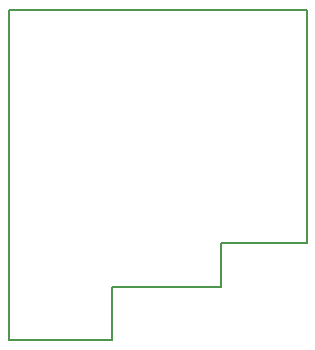
<source format=gm1>
G04 #@! TF.GenerationSoftware,KiCad,Pcbnew,(5.0.0)*
G04 #@! TF.CreationDate,2018-11-26T10:25:21+01:00*
G04 #@! TF.ProjectId,Insole_PCB,496E736F6C655F5043422E6B69636164,rev?*
G04 #@! TF.SameCoordinates,Original*
G04 #@! TF.FileFunction,Profile,NP*
%FSLAX46Y46*%
G04 Gerber Fmt 4.6, Leading zero omitted, Abs format (unit mm)*
G04 Created by KiCad (PCBNEW (5.0.0)) date 11/26/18 10:25:21*
%MOMM*%
%LPD*%
G01*
G04 APERTURE LIST*
%ADD10C,0.200000*%
G04 APERTURE END LIST*
D10*
X169250000Y-82750000D02*
X162000000Y-82750000D01*
X169250000Y-63000000D02*
X169250000Y-82750000D01*
X162000000Y-82750000D02*
X162000000Y-86500000D01*
X152750000Y-86500000D02*
X152750000Y-91000000D01*
X162000000Y-86500000D02*
X152750000Y-86500000D01*
X152750000Y-91000000D02*
X144000000Y-91000000D01*
X144000000Y-91000000D02*
X144000000Y-63000000D01*
X144000000Y-63000000D02*
X169250000Y-63000000D01*
M02*

</source>
